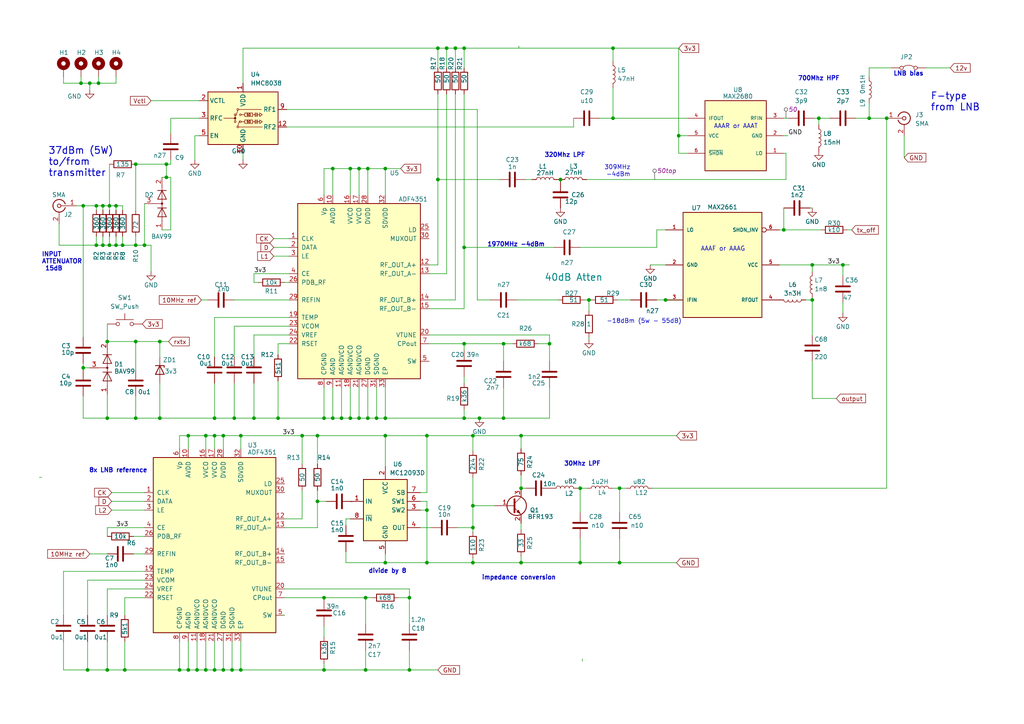
<source format=kicad_sch>
(kicad_sch (version 20231120) (generator "eeschema") (generator_version "8.0")
  (paper "A4")
  (title_block (title "430Mhz - QO-100 transverter") (date "2025-04-24") (rev "2.1") (comment 2 "JP2: Jumper for LNB 12v bias") (comment 4 "select LNB bias and LNB injection frequency"))
  (junction (at 134.62 99.695))
  (junction (at 24.13 106.68))
  (junction (at 54.61 126.365))
  (junction (at 48.26 47.625))
  (junction (at 48.26 51.435))
  (junction (at 92.075 145.415))
  (junction (at 92.075 126.365))
  (junction (at 177.8 34.29))
  (junction (at 179.705 141.605))
  (junction (at 64.77 194.31))
  (junction (at 96.52 48.895))
  (junction (at 111.76 126.365))
  (junction (at 235.585 86.995))
  (junction (at 24.13 59.69))
  (junction (at 111.76 121.285))
  (junction (at 33.655 71.12))
  (junction (at 137.16 126.365))
  (junction (at 123.825 126.365))
  (junction (at 28.575 24.13))
  (junction (at 127 13.97))
  (junction (at 146.05 121.285))
  (junction (at 31.115 194.31))
  (junction (at 54.61 194.31))
  (junction (at 69.85 126.365))
  (junction (at 62.23 194.31))
  (junction (at 193.04 86.995))
  (junction (at 39.37 71.12))
  (junction (at 118.745 194.31))
  (junction (at 151.13 141.605))
  (junction (at 23.495 24.13))
  (junction (at 109.22 121.285))
  (junction (at 106.68 121.285))
  (junction (at 59.69 126.365))
  (junction (at 29.845 71.12))
  (junction (at 111.76 48.895))
  (junction (at 129.54 13.97))
  (junction (at 96.52 121.285))
  (junction (at 46.355 121.285))
  (junction (at 69.85 194.31))
  (junction (at 127 52.07))
  (junction (at 170.815 86.995))
  (junction (at 27.94 59.69))
  (junction (at 227.33 66.675))
  (junction (at 46.355 99.06))
  (junction (at 134.62 121.285))
  (junction (at 104.14 121.285))
  (junction (at 118.745 173.355))
  (junction (at 93.98 194.31))
  (junction (at 168.275 163.195))
  (junction (at 39.37 121.285))
  (junction (at 36.195 194.31))
  (junction (at 106.045 194.31))
  (junction (at 252.095 34.29))
  (junction (at 151.13 163.195))
  (junction (at 159.385 99.695))
  (junction (at 31.115 121.285))
  (junction (at 39.37 47.625))
  (junction (at 99.06 121.285))
  (junction (at 41.91 71.12))
  (junction (at 52.07 194.31))
  (junction (at 87.63 126.365))
  (junction (at 151.13 126.365))
  (junction (at 111.76 163.195))
  (junction (at 137.16 146.685))
  (junction (at 132.08 13.97))
  (junction (at 25.4 194.31))
  (junction (at 93.98 121.285))
  (junction (at 179.705 163.195))
  (junction (at 31.75 59.69))
  (junction (at 57.15 194.31))
  (junction (at 137.16 153.035))
  (junction (at 257.175 34.29))
  (junction (at 31.75 71.12))
  (junction (at 146.05 99.695))
  (junction (at 235.585 76.835))
  (junction (at 162.56 52.07))
  (junction (at 106.045 173.355))
  (junction (at 104.14 48.895))
  (junction (at 196.85 39.37))
  (junction (at 137.16 163.195))
  (junction (at 39.37 99.06))
  (junction (at 73.66 121.285))
  (junction (at 134.62 71.755))
  (junction (at 64.77 126.365))
  (junction (at 35.56 71.12))
  (junction (at 59.69 194.31))
  (junction (at 101.6 48.895))
  (junction (at 244.475 76.835))
  (junction (at 93.98 173.355))
  (junction (at 139.065 121.285))
  (junction (at 62.23 121.285))
  (junction (at 33.655 59.69))
  (junction (at 106.68 48.895))
  (junction (at 237.49 34.29))
  (junction (at 27.94 71.12))
  (junction (at 177.8 13.97))
  (junction (at 123.825 163.195))
  (junction (at 134.62 13.97))
  (junction (at 31.115 99.06))
  (junction (at 67.945 121.285))
  (junction (at 80.645 121.285))
  (junction (at 101.6 121.285))
  (junction (at 67.31 194.31))
  (junction (at 26.035 24.13))
  (junction (at 123.825 147.955))
  (junction (at 168.275 141.605))
  (junction (at 29.845 59.69))
  (junction (at 62.23 126.365))
  (wire (pts (xy 111.76 163.195) (xy 111.76 160.655)))
  (wire (pts (xy 106.68 48.895) (xy 111.76 48.895)))
  (wire (pts (xy 134.62 13.97) (xy 134.62 19.685)))
  (wire (pts (xy 132.08 13.97) (xy 134.62 13.97)))
  (wire (pts (xy 87.63 126.365) (xy 92.075 126.365)))
  (wire (pts (xy 151.13 126.365) (xy 137.16 126.365)))
  (wire (pts (xy 106.68 112.395) (xy 106.68 121.285)))
  (wire (pts (xy 39.37 47.625) (xy 39.37 60.96)))
  (wire (pts (xy 152.4 141.605) (xy 151.13 141.605)))
  (wire (pts (xy 92.075 142.24) (xy 92.075 145.415)))
  (wire (pts (xy 69.85 126.365) (xy 64.77 126.365)))
  (wire (pts (xy 62.23 126.365) (xy 62.23 130.175)))
  (wire (pts (xy 33.655 59.69) (xy 33.655 60.96)))
  (wire (pts (xy 134.62 121.285) (xy 139.065 121.285)))
  (wire (pts (xy 93.98 121.285) (xy 93.98 112.395)))
  (wire (pts (xy 92.075 145.415) (xy 92.075 153.035)))
  (wire (pts (xy 39.37 68.58) (xy 39.37 71.12)))
  (wire (pts (xy 227.965 44.45) (xy 227.33 44.45)))
  (wire (pts (xy 237.49 36.195) (xy 237.49 34.29)))
  (wire (pts (xy 80.645 110.49) (xy 80.645 121.285)))
  (wire (pts (xy 41.91 153.035) (xy 31.115 153.035)))
  (wire (pts (xy 137.16 146.685) (xy 143.51 146.685)))
  (wire (pts (xy 179.07 86.995) (xy 182.88 86.995)))
  (wire (pts (xy 179.705 163.195) (xy 196.215 163.195)))
  (wire (pts (xy 111.76 163.195) (xy 123.825 163.195)))
  (wire (pts (xy 118.745 194.31) (xy 127 194.31)))
  (wire (pts (xy 252.095 29.845) (xy 252.095 34.29)))
  (wire (pts (xy 93.98 192.405) (xy 93.98 194.31)))
  (wire (pts (xy 151.13 137.795) (xy 151.13 141.605)))
  (wire (pts (xy 24.13 121.285) (xy 24.13 114.935)))
  (wire (pts (xy 177.8 141.605) (xy 179.705 141.605)))
  (wire (pts (xy 168.275 141.605) (xy 168.275 148.59)))
  (wire (pts (xy 199.39 44.45) (xy 196.85 44.45)))
  (wire (pts (xy 92.075 153.035) (xy 82.55 153.035)))
  (wire (pts (xy 64.77 186.055) (xy 64.77 194.31)))
  (wire (pts (xy 233.68 86.995) (xy 235.585 86.995)))
  (wire (pts (xy 73.66 79.375) (xy 73.66 81.915)))
  (wire (pts (xy 96.52 112.395) (xy 96.52 121.285)))
  (wire (pts (xy 134.62 99.695) (xy 134.62 101.6)))
  (wire (pts (xy 79.375 74.295) (xy 83.82 74.295)))
  (wire (pts (xy 252.095 34.29) (xy 257.175 34.29)))
  (wire (pts (xy 101.6 48.895) (xy 104.14 48.895)))
  (wire (pts (xy 125.095 153.035) (xy 121.92 153.035)))
  (wire (pts (xy 62.23 121.285) (xy 46.355 121.285)))
  (wire (pts (xy 168.275 141.605) (xy 170.18 141.605)))
  (wire (pts (xy 62.23 186.055) (xy 62.23 194.31)))
  (wire (pts (xy 93.98 194.31) (xy 106.045 194.31)))
  (wire (pts (xy 96.52 121.285) (xy 99.06 121.285)))
  (wire (pts (xy 252.095 19.685) (xy 252.095 22.225)))
  (wire (pts (xy 123.825 126.365) (xy 111.76 126.365)))
  (wire (pts (xy 118.745 173.355) (xy 118.745 180.975)))
  (wire (pts (xy 127 52.07) (xy 144.78 52.07)))
  (wire (pts (xy 67.945 111.125) (xy 67.945 121.285)))
  (wire (pts (xy 62.23 194.31) (xy 59.69 194.31)))
  (wire (pts (xy 121.92 147.955) (xy 123.825 147.955)))
  (wire (pts (xy 118.745 173.355) (xy 115.57 173.355)))
  (wire (pts (xy 87.63 126.365) (xy 87.63 134.62)))
  (wire (pts (xy 48.26 47.625) (xy 49.53 47.625)))
  (wire (pts (xy 179.705 141.605) (xy 181.61 141.605)))
  (wire (pts (xy 80.645 102.87) (xy 80.645 99.695)))
  (wire (pts (xy 104.14 112.395) (xy 104.14 121.285)))
  (wire (pts (xy 190.5 66.675) (xy 193.04 66.675)))
  (wire (pts (xy 134.62 89.535) (xy 124.46 89.535)))
  (wire (pts (xy 70.485 13.97) (xy 70.485 24.13)))
  (wire (pts (xy 23.495 22.225) (xy 23.495 24.13)))
  (wire (pts (xy 46.355 103.505) (xy 46.355 99.06)))
  (wire (pts (xy 31.115 121.285) (xy 39.37 121.285)))
  (wire (pts (xy 118.745 170.815) (xy 118.745 173.355)))
  (wire (pts (xy 189.23 141.605) (xy 257.175 141.605)))
  (wire (pts (xy 101.6 48.895) (xy 101.6 56.515)))
  (wire (pts (xy 93.98 194.31) (xy 69.85 194.31)))
  (wire (pts (xy 74.93 81.915) (xy 73.66 81.915)))
  (wire (pts (xy 132.08 27.305) (xy 132.08 86.995)))
  (wire (pts (xy 127 13.97) (xy 129.54 13.97)))
  (wire (pts (xy 193.04 86.995) (xy 197.485 86.995)))
  (wire (pts (xy 87.63 150.495) (xy 82.55 150.495)))
  (wire (pts (xy 31.115 194.31) (xy 36.195 194.31)))
  (wire (pts (xy 69.85 186.055) (xy 69.85 194.31)))
  (wire (pts (xy 27.94 71.12) (xy 29.845 71.12)))
  (wire (pts (xy 24.13 59.69) (xy 27.94 59.69)))
  (wire (pts (xy 168.275 71.755) (xy 190.5 71.755)))
  (wire (pts (xy 35.56 71.12) (xy 39.37 71.12)))
  (wire (pts (xy 161.925 52.07) (xy 162.56 52.07)))
  (wire (pts (xy 93.98 173.355) (xy 93.98 173.99)))
  (wire (pts (xy 57.15 194.31) (xy 54.61 194.31)))
  (wire (pts (xy 227.33 34.29) (xy 228.6 34.29)))
  (wire (pts (xy 129.54 13.97) (xy 129.54 19.685)))
  (wire (pts (xy 168.275 163.195) (xy 179.705 163.195)))
  (wire (pts (xy 25.4 186.055) (xy 25.4 194.31)))
  (wire (pts (xy 104.14 121.285) (xy 106.68 121.285)))
  (wire (pts (xy 38.735 160.655) (xy 41.91 160.655)))
  (wire (pts (xy 237.49 34.29) (xy 240.665 34.29)))
  (wire (pts (xy 170.815 97.79) (xy 170.815 98.425)))
  (wire (pts (xy 82.55 81.915) (xy 83.82 81.915)))
  (wire (pts (xy 234.95 60.325) (xy 235.585 60.325)))
  (wire (pts (xy 67.945 86.995) (xy 83.82 86.995)))
  (wire (pts (xy 235.585 115.57) (xy 242.57 115.57)))
  (wire (pts (xy 48.26 47.625) (xy 48.26 51.435)))
  (wire (pts (xy 235.585 104.775) (xy 235.585 115.57)))
  (wire (pts (xy 31.115 93.98) (xy 31.115 99.06)))
  (wire (pts (xy 32.385 147.955) (xy 41.91 147.955)))
  (wire (pts (xy 62.23 103.505) (xy 62.23 92.075)))
  (wire (pts (xy 244.475 76.835) (xy 244.475 80.01)))
  (wire (pts (xy 31.115 99.06) (xy 39.37 99.06)))
  (wire (pts (xy 146.05 99.695) (xy 148.59 99.695)))
  (wire (pts (xy 118.745 188.595) (xy 118.745 194.31)))
  (wire (pts (xy 41.91 165.735) (xy 18.415 165.735)))
  (wire (pts (xy 49.53 34.29) (xy 57.785 34.29)))
  (wire (pts (xy 177.8 34.29) (xy 199.39 34.29)))
  (wire (pts (xy 199.39 39.37) (xy 196.85 39.37)))
  (wire (pts (xy 236.22 34.29) (xy 237.49 34.29)))
  (wire (pts (xy 73.66 97.155) (xy 73.66 103.505)))
  (wire (pts (xy 137.16 163.195) (xy 123.825 163.195)))
  (wire (pts (xy 132.08 86.995) (xy 124.46 86.995)))
  (wire (pts (xy 49.53 34.29) (xy 49.53 38.735)))
  (wire (pts (xy 62.23 92.075) (xy 83.82 92.075)))
  (wire (pts (xy 62.23 126.365) (xy 59.69 126.365)))
  (wire (pts (xy 111.76 48.895) (xy 116.205 48.895)))
  (wire (pts (xy 106.045 173.355) (xy 107.95 173.355)))
  (wire (pts (xy 24.13 121.285) (xy 31.115 121.285)))
  (wire (pts (xy 28.575 22.225) (xy 28.575 24.13)))
  (wire (pts (xy 81.915 178.435) (xy 82.55 178.435)))
  (wire (pts (xy 196.85 13.97) (xy 196.85 39.37)))
  (wire (pts (xy 46.99 66.675) (xy 49.53 66.675)))
  (wire (pts (xy 123.825 145.415) (xy 123.825 147.955)))
  (wire (pts (xy 27.94 59.69) (xy 29.845 59.69)))
  (wire (pts (xy 134.62 71.755) (xy 160.655 71.755)))
  (wire (pts (xy 161.925 86.995) (xy 149.86 86.995)))
  (wire (pts (xy 83.82 97.155) (xy 73.66 97.155)))
  (wire (pts (xy 177.8 13.97) (xy 177.8 17.78)))
  (wire (pts (xy 11.43 138.43) (xy 12.065 138.43)))
  (wire (pts (xy 106.68 48.895) (xy 106.68 56.515)))
  (wire (pts (xy 17.145 71.12) (xy 17.145 64.77)))
  (wire (pts (xy 18.415 22.225) (xy 18.415 24.13)))
  (wire (pts (xy 82.55 173.355) (xy 93.98 173.355)))
  (wire (pts (xy 190.5 86.995) (xy 193.04 86.995)))
  (wire (pts (xy 54.61 126.365) (xy 54.61 130.175)))
  (wire (pts (xy 151.13 163.195) (xy 137.16 163.195)))
  (wire (pts (xy 31.115 153.035) (xy 31.115 155.575)))
  (wire (pts (xy 29.845 71.12) (xy 31.75 71.12)))
  (wire (pts (xy 31.115 178.435) (xy 31.115 170.815)))
  (wire (pts (xy 26.035 24.13) (xy 26.035 26.035)))
  (wire (pts (xy 150.495 13.335) (xy 150.495 13.97)))
  (wire (pts (xy 151.13 151.765) (xy 151.13 153.67)))
  (wire (pts (xy 79.375 69.215) (xy 83.82 69.215)))
  (wire (pts (xy 179.705 141.605) (xy 179.705 148.59)))
  (wire (pts (xy 67.945 121.285) (xy 73.66 121.285)))
  (wire (pts (xy 151.13 126.365) (xy 196.215 126.365)))
  (wire (pts (xy 124.46 76.835) (xy 127 76.835)))
  (wire (pts (xy 31.115 114.3) (xy 31.115 121.285)))
  (wire (pts (xy 227.33 66.675) (xy 238.125 66.675)))
  (wire (pts (xy 132.08 13.97) (xy 132.08 19.685)))
  (wire (pts (xy 188.595 76.835) (xy 193.04 76.835)))
  (wire (pts (xy 106.045 194.31) (xy 118.745 194.31)))
  (wire (pts (xy 64.77 126.365) (xy 62.23 126.365)))
  (wire (pts (xy 235.585 86.36) (xy 235.585 86.995)))
  (wire (pts (xy 129.54 27.305) (xy 129.54 79.375)))
  (wire (pts (xy 24.13 105.41) (xy 24.13 106.68)))
  (wire (pts (xy 70.485 46.355) (xy 70.485 44.45)))
  (wire (pts (xy 134.62 109.22) (xy 134.62 111.125)))
  (wire (pts (xy 173.99 34.29) (xy 177.8 34.29)))
  (wire (pts (xy 29.845 68.58) (xy 29.845 71.12)))
  (wire (pts (xy 124.46 79.375) (xy 129.54 79.375)))
  (wire (pts (xy 111.76 112.395) (xy 111.76 121.285)))
  (wire (pts (xy 169.545 86.995) (xy 170.815 86.995)))
  (wire (pts (xy 170.815 86.995) (xy 171.45 86.995)))
  (wire (pts (xy 168.275 156.21) (xy 168.275 163.195)))
  (wire (pts (xy 235.585 76.835) (xy 244.475 76.835)))
  (wire (pts (xy 227.965 44.45) (xy 227.965 52.07)))
  (wire (pts (xy 235.585 76.835) (xy 235.585 78.74)))
  (wire (pts (xy 41.91 173.355) (xy 36.195 173.355)))
  (wire (pts (xy 24.13 106.68) (xy 24.13 107.315)))
  (wire (pts (xy 146.05 112.395) (xy 146.05 121.285)))
  (wire (pts (xy 26.035 24.13) (xy 28.575 24.13)))
  (wire (pts (xy 137.16 126.365) (xy 123.825 126.365)))
  (wire (pts (xy 58.42 86.995) (xy 60.325 86.995)))
  (wire (pts (xy 100.33 152.4) (xy 100.33 150.495)))
  (wire (pts (xy 38.735 155.575) (xy 41.91 155.575)))
  (wire (pts (xy 134.62 27.305) (xy 134.62 71.755)))
  (wire (pts (xy 248.285 34.29) (xy 252.095 34.29)))
  (wire (pts (xy 31.75 68.58) (xy 31.75 71.12)))
  (wire (pts (xy 167.64 141.605) (xy 168.275 141.605)))
  (wire (pts (xy 62.23 121.285) (xy 67.945 121.285)))
  (wire (pts (xy 64.77 194.31) (xy 62.23 194.31)))
  (wire (pts (xy 124.46 97.155) (xy 159.385 97.155)))
  (wire (pts (xy 56.515 39.37) (xy 56.515 46.355)))
  (wire (pts (xy 31.75 47.625) (xy 31.75 59.69)))
  (wire (pts (xy 106.045 173.355) (xy 106.045 180.975)))
  (wire (pts (xy 43.815 29.21) (xy 57.785 29.21)))
  (wire (pts (xy 18.415 24.13) (xy 23.495 24.13)))
  (wire (pts (xy 262.255 45.72) (xy 262.255 39.37)))
  (wire (pts (xy 36.195 194.31) (xy 52.07 194.31)))
  (wire (pts (xy 31.75 71.12) (xy 33.655 71.12)))
  (wire (pts (xy 127 13.97) (xy 127 19.685)))
  (wire (pts (xy 235.585 86.995) (xy 235.585 97.155)))
  (wire (pts (xy 35.56 59.69) (xy 35.56 60.96)))
  (wire (pts (xy 93.98 48.895) (xy 96.52 48.895)))
  (wire (pts (xy 93.98 48.895) (xy 93.98 56.515)))
  (wire (pts (xy 152.4 52.07) (xy 154.305 52.07)))
  (wire (pts (xy 57.15 186.055) (xy 57.15 194.31)))
  (wire (pts (xy 69.85 126.365) (xy 69.85 130.175)))
  (wire (pts (xy 244.475 87.63) (xy 244.475 90.805)))
  (wire (pts (xy 268.605 19.685) (xy 275.59 19.685)))
  (wire (pts (xy 111.76 121.285) (xy 109.22 121.285)))
  (wire (pts (xy 111.76 121.285) (xy 134.62 121.285)))
  (wire (pts (xy 99.06 121.285) (xy 101.6 121.285)))
  (wire (pts (xy 33.655 68.58) (xy 33.655 71.12)))
  (wire (pts (xy 24.13 106.68) (xy 26.035 106.68)))
  (wire (pts (xy 121.92 142.875) (xy 123.825 142.875)))
  (wire (pts (xy 46.99 51.435) (xy 48.26 51.435)))
  (wire (pts (xy 46.355 111.125) (xy 46.355 121.285)))
  (wire (pts (xy 151.13 163.195) (xy 168.275 163.195)))
  (wire (pts (xy 245.745 66.675) (xy 247.015 66.675)))
  (wire (pts (xy 227.33 39.37) (xy 228.6 39.37)))
  (wire (pts (xy 18.415 186.055) (xy 18.415 194.31)))
  (wire (pts (xy 27.94 59.69) (xy 27.94 60.96)))
  (wire (pts (xy 54.61 186.055) (xy 54.61 194.31)))
  (wire (pts (xy 146.05 99.695) (xy 146.05 104.775)))
  (wire (pts (xy 252.095 19.685) (xy 258.445 19.685)))
  (wire (pts (xy 64.77 126.365) (xy 64.77 130.175)))
  (wire (pts (xy 22.225 59.69) (xy 24.13 59.69)))
  (wire (pts (xy 59.69 126.365) (xy 59.69 130.175)))
  (wire (pts (xy 59.69 186.055) (xy 59.69 194.31)))
  (wire (pts (xy 92.075 126.365) (xy 111.76 126.365)))
  (wire (pts (xy 83.185 31.75) (xy 138.43 31.75)))
  (wire (pts (xy 159.385 121.285) (xy 159.385 112.395)))
  (wire (pts (xy 156.21 99.695) (xy 159.385 99.695)))
  (wire (pts (xy 73.66 79.375) (xy 83.82 79.375)))
  (wire (pts (xy 57.15 194.31) (xy 59.69 194.31)))
  (wire (pts (xy 49.53 66.675) (xy 49.53 51.435)))
  (wire (pts (xy 33.655 24.13) (xy 33.655 22.225)))
  (wire (pts (xy 17.145 71.12) (xy 27.94 71.12)))
  (wire (pts (xy 168.91 191.135) (xy 168.91 191.77)))
  (wire (pts (xy 52.07 186.055) (xy 52.07 194.31)))
  (wire (pts (xy 56.515 39.37) (xy 57.785 39.37)))
  (wire (pts (xy 59.69 126.365) (xy 54.61 126.365)))
  (wire (pts (xy 25.4 168.275) (xy 25.4 178.435)))
  (wire (pts (xy 100.33 163.195) (xy 111.76 163.195)))
  (wire (pts (xy 127 52.07) (xy 127 76.835)))
  (wire (pts (xy 39.37 47.625) (xy 48.26 47.625)))
  (wire (pts (xy 123.825 145.415) (xy 121.92 145.415)))
  (wire (pts (xy 159.385 104.775) (xy 159.385 99.695)))
  (wire (pts (xy 101.6 112.395) (xy 101.6 121.285)))
  (wire (pts (xy 104.14 48.895) (xy 106.68 48.895)))
  (wire (pts (xy 137.16 146.685) (xy 137.16 153.035)))
  (wire (pts (xy 35.56 68.58) (xy 35.56 71.12)))
  (wire (pts (xy 101.6 121.285) (xy 104.14 121.285)))
  (wire (pts (xy 123.825 142.875) (xy 123.825 126.365)))
  (wire (pts (xy 18.415 165.735) (xy 18.415 178.435)))
  (wire (pts (xy 92.075 145.415) (xy 94.615 145.415)))
  (wire (pts (xy 102.235 145.415) (xy 101.6 145.415)))
  (wire (pts (xy 24.13 59.69) (xy 24.13 97.79)))
  (wire (pts (xy 54.61 126.365) (xy 52.07 126.365)))
  (wire (pts (xy 41.91 59.055) (xy 41.91 71.12)))
  (wire (pts (xy 25.4 194.31) (xy 31.115 194.31)))
  (wire (pts (xy 134.62 121.285) (xy 134.62 118.745)))
  (wire (pts (xy 33.655 71.12) (xy 35.56 71.12)))
  (wire (pts (xy 226.06 76.835) (xy 235.585 76.835)))
  (wire (pts (xy 100.33 150.495) (xy 101.6 150.495)))
  (wire (pts (xy 18.415 194.31) (xy 25.4 194.31)))
  (wire (pts (xy 87.63 142.24) (xy 87.63 150.495)))
  (wire (pts (xy 39.37 99.06) (xy 39.37 107.315)))
  (wire (pts (xy 48.895 99.06) (xy 46.355 99.06)))
  (wire (pts (xy 39.37 121.285) (xy 46.355 121.285)))
  (wire (pts (xy 43.815 71.12) (xy 41.91 71.12)))
  (wire (pts (xy 92.075 126.365) (xy 92.075 134.62)))
  (wire (pts (xy 62.23 111.125) (xy 62.23 121.285)))
  (wire (pts (xy 137.16 138.43) (xy 137.16 146.685)))
  (wire (pts (xy 67.945 94.615) (xy 67.945 103.505)))
  (wire (pts (xy 127 27.305) (xy 127 52.07)))
  (wire (pts (xy 73.66 111.125) (xy 73.66 121.285)))
  (wire (pts (xy 99.06 112.395) (xy 99.06 121.285)))
  (wire (pts (xy 80.645 121.285) (xy 93.98 121.285)))
  (wire (pts (xy 36.195 173.355) (xy 36.195 178.435)))
  (wire (pts (xy 137.16 126.365) (xy 137.16 130.81)))
  (wire (pts (xy 69.85 126.365) (xy 87.63 126.365)))
  (wire (pts (xy 137.16 161.925) (xy 137.16 163.195)))
  (wire (pts (xy 100.33 160.02) (xy 100.33 163.195)))
  (wire (pts (xy 123.825 147.955) (xy 123.825 163.195)))
  (wire (pts (xy 54.61 194.31) (xy 52.07 194.31)))
  (wire (pts (xy 196.85 39.37) (xy 196.85 44.45)))
  (wire (pts (xy 132.715 153.035) (xy 137.16 153.035)))
  (wire (pts (xy 134.62 13.97) (xy 177.8 13.97)))
  (wire (pts (xy 106.045 188.595) (xy 106.045 194.31)))
  (wire (pts (xy 170.18 52.07) (xy 227.965 52.07)))
  (wire (pts (xy 96.52 48.895) (xy 101.6 48.895)))
  (wire (pts (xy 43.815 78.74) (xy 43.815 71.12)))
  (wire (pts (xy 106.68 121.285) (xy 109.22 121.285)))
  (wire (pts (xy 67.31 194.31) (xy 64.77 194.31)))
  (wire (pts (xy 29.845 59.69) (xy 29.845 60.96)))
  (wire (pts (xy 79.375 71.755) (xy 83.82 71.755)))
  (wire (pts (xy 27.94 68.58) (xy 27.94 71.12)))
  (wire (pts (xy 32.385 145.415) (xy 41.91 145.415)))
  (wire (pts (xy 227.33 60.325) (xy 227.33 66.675)))
  (wire (pts (xy 35.56 59.69) (xy 33.655 59.69)))
  (wire (pts (xy 93.98 173.355) (xy 106.045 173.355)))
  (wire (pts (xy 124.46 99.695) (xy 134.62 99.695)))
  (wire (pts (xy 70.485 13.97) (xy 127 13.97)))
  (wire (pts (xy 23.495 24.13) (xy 26.035 24.13)))
  (wire (pts (xy 41.91 168.275) (xy 25.4 168.275)))
  (wire (pts (xy 111.76 126.365) (xy 111.76 135.255)))
  (wire (pts (xy 159.385 97.155) (xy 159.385 99.695)))
  (wire (pts (xy 28.575 24.13) (xy 33.655 24.13)))
  (wire (pts (xy 151.13 161.29) (xy 151.13 163.195)))
  (wire (pts (xy 93.98 181.61) (xy 93.98 184.785)))
  (wire (pts (xy 32.385 142.875) (xy 41.91 142.875)))
  (wire (pts (xy 177.8 13.97) (xy 196.85 13.97)))
  (wire (pts (xy 83.185 36.83) (xy 166.37 36.83)))
  (wire (pts (xy 257.175 34.29) (xy 257.175 141.605)))
  (wire (pts (xy 73.66 121.285) (xy 80.645 121.285)))
  (wire (pts (xy 29.845 59.69) (xy 31.75 59.69)))
  (wire (pts (xy 31.75 59.69) (xy 33.655 59.69)))
  (wire (pts (xy 137.16 153.035) (xy 137.16 154.305)))
  (wire (pts (xy 48.26 51.435) (xy 49.53 51.435)))
  (wire (pts (xy 26.035 160.655) (xy 31.115 160.655)))
  (wire (pts (xy 80.645 99.695) (xy 83.82 99.695)))
  (wire (pts (xy 104.14 48.895) (xy 104.14 56.515)))
  (wire (pts (xy 177.8 25.4) (xy 177.8 34.29)))
  (wire (pts (xy 111.76 48.895) (xy 111.76 56.515)))
  (wire (pts (xy 134.62 71.755) (xy 134.62 89.535)))
  (wire (pts (xy 170.815 86.995) (xy 170.815 90.17)))
  (wire (pts (xy 138.43 31.75) (xy 138.43 86.995)))
  (wire (pts (xy 151.13 126.365) (xy 151.13 130.175)))
  (wire (pts (xy 67.31 186.055) (xy 67.31 194.31)))
  (wire (pts (xy 31.115 186.055) (xy 31.115 194.31)))
  (wire (pts (xy 190.5 71.755) (xy 190.5 66.675)))
  (wire (pts (xy 146.05 121.285) (xy 159.385 121.285)))
  (wire (pts (xy 49.53 47.625) (xy 49.53 46.355)))
  (wire (pts (xy 83.82 94.615) (xy 67.945 94.615)))
  (wire (pts (xy 244.475 76.835) (xy 246.38 76.835)))
  (wire (pts (xy 134.62 99.695) (xy 146.05 99.695)))
  (wire (pts (xy 129.54 13.97) (xy 132.08 13.97)))
  (wire (pts (xy 162.56 52.705) (xy 162.56 52.07)))
  (wire (pts (xy 109.22 112.395) (xy 109.22 121.285)))
  (wire (pts (xy 96.52 121.285) (xy 93.98 121.285)))
  (wire (pts (xy 67.31 194.31) (xy 69.85 194.31)))
  (wire (pts (xy 139.065 121.285) (xy 146.05 121.285)))
  (wire (pts (xy 31.75 59.69) (xy 31.75 60.96)))
  (wire (pts (xy 31.115 170.815) (xy 41.91 170.815)))
  (wire (pts (xy 138.43 86.995) (xy 142.24 86.995)))
  (wire (pts (xy 179.705 156.21) (xy 179.705 163.195)))
  (wire (pts (xy 226.06 66.675) (xy 227.33 66.675)))
  (wire (pts (xy 96.52 48.895) (xy 96.52 56.515)))
  (wire (pts (xy 82.55 170.815) (xy 118.745 170.815)))
  (wire (pts (xy 39.37 71.12) (xy 41.91 71.12)))
  (wire (pts (xy 52.07 130.175) (xy 52.07 126.365)))
  (wire (pts (xy 39.37 121.285) (xy 39.37 114.935)))
  (wire (pts (xy 36.195 186.055) (xy 36.195 194.31)))
  (wire (pts (xy 166.37 36.83) (xy 166.37 34.29)))
  (wire (pts (xy 39.37 99.06) (xy 46.355 99.06)))
  (text "F-type\nfrom LNB" (at 269.875 32.385 0) (effects (font (size 2 2) (thickness 0.254) (bold yes)) (justify left bottom)))
  (text "8x LNB reference" (at 34.29 136.525 0) (effects (font (size 1.27 1.27) (thickness 0.254) (bold yes))))
  (text "30Mhz LPF" (at 168.91 134.62 0) (effects (font (size 1.27 1.27) (thickness 0.254) (bold yes))))
  (text "-18dBm (5w - 55dB)" (at 175.895 93.98 0) (effects (font (size 1.27 1.27)) (justify left bottom)))
  (text "700Mhz HPF" (at 237.49 22.86 0) (effects (font (size 1.27 1.27) (thickness 0.254) (bold yes))))
  (text "impedance conversion" (at 150.495 167.64 0) (effects (font (size 1.27 1.27) (thickness 0.254) (bold yes))))
  (text "AAAR or AAAT" (at 207.01 37.465 0) (effects (font (size 1.27 1.27)) (justify left bottom)))
  (text "LNB bias" (at 259.08 22.225 0) (effects (font (size 1.27 1.27) (thickness 0.254) (bold yes)) (justify left bottom)))
  (text "INPUT \nATTENUATOR  \n 15dB" (at 12.065 78.74 0) (effects (font (size 1.27 1.27) (thickness 0.254) (bold yes)) (justify left bottom)))
  (text "37dBm (5W) \nto/from \ntransmitter\n" (at 13.97 51.435 0) (effects (font (size 2 2) (thickness 0.254) (bold yes)) (justify left bottom)))
  (text "1970MHz -4dBm" (at 158.115 71.755 0) (effects (font (size 1.27 1.27) (thickness 0.254) (bold yes)) (justify right bottom)))
  (text "309MHz\n-4dBm\n" (at 182.88 51.435 0) (effects (font (size 1.27 1.27)) (justify right bottom)))
  (text "320Mhz LPF" (at 163.83 45.085 0) (effects (font (size 1.27 1.27) (thickness 0.254) (bold yes))))
  (text "AAAF or AAAG" (at 203.2 73.025 0) (effects (font (size 1.27 1.27)) (justify left bottom)))
  (text "40dB Atten\n" (at 166.37 80.645 0) (effects (font (size 2 2) (thickness 0.254) (bold yes))))
  (text "divide by 8" (at 112.395 165.735 0) (effects (font (size 1.27 1.27) (thickness 0.254) (bold yes))))
  (label "3v3" (at 33.655 153.035 0))
  (label "3v3" (at 240.03 76.835 0))
  (label "3v3" (at 81.915 126.365 0))
  (label "GND" (at 228.6 39.37 0))
  (label "3v3" (at 73.66 79.375 0))
  (global_label "GND" (shape input) (at 196.215 163.195 0) (property "Intersheetrefs" "${INTERSHEET_REFS}" (effects (hide yes))))
  (global_label "rxtx" (shape input) (at 48.895 99.06 0) (property "Intersheetrefs" "${INTERSHEET_REFS}" (effects (hide yes))))
  (global_label "output" (shape input) (at 242.57 115.57 0) (property "Intersheetrefs" "${INTERSHEET_REFS}" (effects (hide yes))))
  (global_label "Vctl" (shape input) (at 43.815 29.21 180) (property "Intersheetrefs" "${INTERSHEET_REFS}" (effects (hide yes))))
  (global_label "L2" (shape input) (at 32.385 147.955 180) (property "Intersheetrefs" "${INTERSHEET_REFS}" (effects (hide yes))))
  (global_label "D" (shape input) (at 79.375 71.755 180) (property "Intersheetrefs" "${INTERSHEET_REFS}" (effects (hide yes))))
  (global_label "CK" (shape input) (at 32.385 142.875 180) (property "Intersheetrefs" "${INTERSHEET_REFS}" (effects (hide yes))))
  (global_label "tx_off" (shape input) (at 247.015 66.675 0) (property "Intersheetrefs" "${INTERSHEET_REFS}" (effects (hide yes))))
  (global_label "3v3" (shape input) (at 116.205 48.895 0) (property "Intersheetrefs" "${INTERSHEET_REFS}" (effects (hide yes))))
  (global_label "3v3" (shape input) (at 196.85 13.97 0) (property "Intersheetrefs" "${INTERSHEET_REFS}" (effects (hide yes))))
  (global_label "GND" (shape input) (at 127 194.31 0) (property "Intersheetrefs" "${INTERSHEET_REFS}" (effects (hide yes))))
  (global_label "10MHz ref" (shape input) (at 26.035 160.655 180) (property "Intersheetrefs" "${INTERSHEET_REFS}" (effects (hide yes))))
  (global_label "3v3" (shape input) (at 41.275 93.98 0) (property "Intersheetrefs" "${INTERSHEET_REFS}" (effects (hide yes))))
  (global_label "CK" (shape input) (at 79.375 69.215 180) (property "Intersheetrefs" "${INTERSHEET_REFS}" (effects (hide yes))))
  (global_label "3v3" (shape input) (at 196.215 126.365 0) (property "Intersheetrefs" "${INTERSHEET_REFS}" (effects (hide yes))))
  (global_label "GND" (shape input) (at 262.255 45.72 0) (property "Intersheetrefs" "${INTERSHEET_REFS}" (effects (hide yes))))
  (global_label "12v" (shape input) (at 275.59 19.685 0) (property "Intersheetrefs" "${INTERSHEET_REFS}" (effects (hide yes))))
  (global_label "D" (shape input) (at 32.385 145.415 180) (property "Intersheetrefs" "${INTERSHEET_REFS}" (effects (hide yes))))
  (global_label "L1" (shape input) (at 79.375 74.295 180) (property "Intersheetrefs" "${INTERSHEET_REFS}" (effects (hide yes))))
  (global_label "10MHz ref" (shape input) (at 58.42 86.995 180) (property "Intersheetrefs" "${INTERSHEET_REFS}" (effects (hide yes))))
  (netclass_flag "" (length 2.54) (shape round) (at 227.965 34.29 0) (property "Netclass" "50" (at 228.6635 31.75 0) (effects (font (italic yes)) (justify left))))
  (netclass_flag "" (length 2.54) (shape round) (at 189.865 52.07 0) (property "Netclass" "50top" (at 190.5635 49.53 0) (effects (font (italic yes)) (justify left))))
  (symbol (lib_id "Device:C") (at 67.945 107.315 0) (unit 1)
    (property "Reference" "C12" (at 66.04 103.505 0))
    (property "Value" "0u1" (at 66.04 105.41 0))
    (property "Footprint" "Capacitor_SMD:C_0603_1608Metric" (effects (hide yes)))
  )
  (symbol (lib_id "Device:C") (at 39.37 111.125 0) (unit 1)
    (property "Reference" "C8" (at 36.195 113.665 0) (effects (justify left)))
    (property "Value" "0u1" (at 40.005 113.665 0) (effects (justify left)))
    (property "Footprint" "Capacitor_SMD:C_0603_1608Metric" (effects (hide yes)))
  )
  (symbol (lib_id "Device:C") (at 62.23 107.315 180) (unit 1)
    (property "Reference" "C10" (at 59.055 103.505 0))
    (property "Value" "0u1" (at 59.69 105.41 0))
    (property "Footprint" "Capacitor_SMD:C_0603_1608Metric" (effects (hide yes)))
  )
  (symbol (lib_id "Device:R") (at 134.62 114.935 180) (unit 1)
    (property "Reference" "R19" (at 133.35 115.57 0) (effects (justify left)))
    (property "Value" "k36" (at 134.62 113.03 90) (effects (justify left)))
    (property "Footprint" "Resistor_SMD:R_0603_1608Metric" (effects (hide yes)))
  )
  (symbol (lib_id "Device:C") (at 146.05 86.995 270) (unit 1)
    (property "Reference" "C21" (at 146.05 91.44 90))
    (property "Value" "n27" (at 146.05 82.55 90))
    (property "Footprint" "Capacitor_SMD:C_0603_1608Metric" (effects (hide yes)))
  )
  (symbol (lib_id "Device:C") (at 64.135 86.995 90) (unit 1)
    (property "Reference" "C11" (at 64.135 82.55 90))
    (property "Value" "1n0" (at 64.77 83.82 90))
    (property "Footprint" "Capacitor_SMD:C_0603_1608Metric" (effects (hide yes)))
  )
  (symbol (lib_id "RF_Switch:HMC849A") (at 70.485 34.29 0) (unit 1)
    (property "Reference" "U4" (at 72.6791 21.59 0) (effects (justify left)))
    (property "Value" "HMC8038" (at 72.6791 24.13 0) (effects (justify left)))
    (property "Footprint" "Package_CSP:LFCSP-16-1EP_4x4mm_P0.65mm_EP2.4x2.4mm" (effects (hide yes)))
    (property "Datasheet" "https://www.analog.com/media/en/technical-documentation/data-sheets/hmc849a.pdf" (effects (hide yes)))
    (property "Description" "High Isolation SPDT Non-Reflective Switch, DC-6GHz, Matched to 50 Ohm, LFCSP-16" (effects (hide yes)))
  )
  (symbol (lib_id "Device:R") (at 129.54 23.495 0) (unit 1)
    (property "Reference" "R18" (at 128.27 18.415 90))
    (property "Value" "50" (at 129.54 22.86 90))
    (property "Footprint" "Resistor_SMD:R_0603_1608Metric" (effects (hide yes)))
  )
  (symbol (lib_id "Device:R") (at 175.26 86.995 90) (unit 1)
    (property "Reference" "R29" (at 177.8 85.09 90))
    (property "Value" "51" (at 175.26 86.995 90))
    (property "Footprint" "Resistor_SMD:R_0603_1608Metric" (effects (hide yes)))
  )
  (symbol (lib_id "Device:R") (at 78.74 81.915 270) (unit 1)
    (property "Reference" "R11" (at 78.74 84.455 90))
    (property "Value" "10k" (at 78.74 81.915 90))
    (property "Footprint" "Resistor_SMD:R_0603_1608Metric" (effects (hide yes)))
  )
  (symbol (lib_id "power:GND") (at 237.49 43.815 0) (unit 1)
    (property "Reference" "#PWR08" (effects (hide yes)))
    (property "Value" "GND" (at 237.49 47.76 0))
  )
  (symbol (lib_id "Device:C") (at 24.13 111.125 0) (unit 1)
    (property "Reference" "C4" (at 17.78 109.22 0) (effects (justify left)))
    (property "Value" "10p" (at 17.145 111.125 0) (effects (justify left)))
    (property "Footprint" "Capacitor_SMD:C_0603_1608Metric" (effects (hide yes)))
  )
  (symbol (lib_id "Device:C") (at 162.56 56.515 0) (mirror x) (unit 1)
    (property "Reference" "C26" (at 167.64 56.515 0))
    (property "Value" "12p" (at 165.735 58.42 0))
    (property "Footprint" "Capacitor_SMD:C_0603_1608Metric" (effects (hide yes)))
  )
  (symbol (lib_id "Device:R") (at 137.16 134.62 0) (unit 1)
    (property "Reference" "R22" (at 139.7 134.62 90))
    (property "Value" "2k4" (at 137.16 134.62 90))
    (property "Footprint" "Resistor_SMD:R_0603_1608Metric" (effects (hide yes)))
  )
  (symbol (lib_id "Device:C") (at 146.05 108.585 0) (unit 1)
    (property "Reference" "C22" (at 142.24 110.49 0))
    (property "Value" "2n7" (at 142.875 112.395 0))
    (property "Footprint" "Capacitor_SMD:C_0603_1608Metric" (effects (hide yes)))
  )
  (symbol (lib_id "Device:R") (at 35.56 64.77 0) (unit 1)
    (property "Reference" "R8" (at 35.56 75.565 90) (effects (justify left)))
    (property "Value" "360" (at 35.56 66.675 90) (effects (justify left)))
    (property "Footprint" "Resistor_SMD:R_2512_6332Metric" (effects (hide yes)))
    (property "Description" "Resistor" (effects (hide yes)))
  )
  (symbol (lib_id "Device:C") (at 148.59 52.07 270) (unit 1)
    (property "Reference" "C23" (at 148.59 46.331 90))
    (property "Value" "1n" (at 148.59 48.379 90))
    (property "Footprint" "Capacitor_SMD:C_0603_1608Metric" (effects (hide yes)))
  )
  (symbol (lib_id "power:GND") (at 162.56 60.325 0) (unit 1)
    (property "Reference" "#PWR04" (effects (hide yes)))
    (property "Value" "GND" (at 162.56 64.27 0))
  )
  (symbol (lib_id "power:GND") (at 235.585 60.325 0) (unit 1)
    (property "Reference" "#PWR07" (effects (hide yes)))
    (property "Value" "GND" (at 235.585 64.27 0))
  )
  (symbol (lib_id "Device:C") (at 170.18 34.29 270) (unit 1)
    (property "Reference" "C29" (at 170.18 26.67 90))
    (property "Value" "u10" (at 170.18 29.21 90))
    (property "Footprint" "Capacitor_SMD:C_0603_1608Metric" (effects (hide yes)))
  )
  (symbol (lib_id "Device:R") (at 137.16 158.115 0) (unit 1)
    (property "Reference" "R23" (at 139.7 158.115 90))
    (property "Value" "1k0" (at 137.16 158.115 90))
    (property "Footprint" "Resistor_SMD:R_0603_1608Metric" (effects (hide yes)))
  )
  (symbol (lib_id "Device:C") (at 18.415 182.245 180) (unit 1)
    (property "Reference" "C2" (at 15.875 180.34 0))
    (property "Value" "0u1" (at 16.51 184.785 0))
    (property "Footprint" "Capacitor_SMD:C_0603_1608Metric" (effects (hide yes)))
  )
  (symbol (lib_id "Device:R") (at 80.645 106.68 0) (unit 1)
    (property "Reference" "R12" (at 75.565 102.87 0) (effects (justify left)))
    (property "Value" "5k1" (at 80.645 108.585 90) (effects (justify left)))
    (property "Footprint" "Resistor_SMD:R_0603_1608Metric" (effects (hide yes)))
  )
  (symbol (lib_id "power:GND") (at 139.065 121.285 0) (unit 1)
    (property "Reference" "#PWR03" (effects (hide yes)))
    (property "Value" "GND" (at 139.065 125.23 0))
  )
  (symbol (lib_id "Device:C") (at 159.385 108.585 0) (unit 1)
    (property "Reference" "C25" (at 156.21 111.125 0))
    (property "Value" "1n2" (at 154.94 109.22 0))
    (property "Footprint" "Capacitor_SMD:C_0603_1608Metric" (effects (hide yes)))
  )
  (symbol (lib_id "Device:C") (at 235.585 100.965 0) (unit 1)
    (property "Reference" "C68" (at 238.125 98.425 0))
    (property "Value" "220" (at 238.125 103.505 0))
    (property "Footprint" "Capacitor_SMD:C_0603_1608Metric" (effects (hide yes)))
  )
  (symbol (lib_id "Connector:Conn_Coaxial") (at 17.145 59.69 0) (mirror y) (unit 1)
    (property "Reference" "J2" (at 20.955 62.23 0) (effects (justify left)))
    (property "Value" "SMA" (at 19.05 56.515 0) (effects (justify left)))
    (property "Footprint" "Connector_Coaxial:SMA_Amphenol_132134_Vertical" (effects (hide yes)))
  )
  (symbol (lib_id "Transistor_BJT:BC848") (at 148.59 146.685 0) (unit 1)
    (property "Reference" "Q1" (at 153.67 147.955 0) (effects (justify left)))
    (property "Value" "BFR193" (at 153.035 149.86 0) (effects (justify left)))
    (property "Footprint" "Package_TO_SOT_SMD:SOT-23" (effects (hide yes)))
    (property "Datasheet" "http://www.infineon.com/dgdl/Infineon-BC847SERIES_BC848SERIES_BC849SERIES_BC850SERIES-DS-v01_01-en.pdf?fileId=db3a304314dca389011541d4630a1657" (effects (hide yes)))
    (property "Description" "0.1A Ic, 30V Vce, NPN Transistor, SOT-23" (effects (hide yes)))
  )
  (symbol (lib_id "Device:R") (at 241.935 66.675 90) (unit 1)
    (property "Reference" "R30" (at 241.935 64.77 90))
    (property "Value" "k10" (at 241.935 66.675 90))
    (property "Footprint" "Resistor_SMD:R_0603_1608Metric" (effects (hide yes)))
  )
  (symbol (lib_id "Mechanical:MountingHole_Pad") (at 18.415 19.685 0) (unit 1) (exclude_from_sim yes) (in_bom no)
    (property "Reference" "H1" (at 17.145 15.24 0) (effects (justify left)))
    (property "Value" "MountingHole_Pad" (effects (hide yes)))
    (property "Footprint" "MountingHole:MountingHole_3.2mm_M3_ISO14580_Pad_TopBottom" (effects (hide yes)))
    (property "Description" "Mounting Hole with connection" (effects (hide yes)))
  )
  (symbol (lib_id "Device:L") (at 237.49 40.005 0) (unit 1)
    (property "Reference" "L8" (at 238.76 38.7349 0) (effects (justify left)))
    (property "Value" "15nH" (at 238.76 41.2749 0) (effects (justify left)))
    (property "Footprint" "Inductor_SMD:L_0603_1608Metric" (effects (hide yes)))
  )
  (symbol (lib_id "Device:C") (at 134.62 105.41 0) (unit 1)
    (property "Reference" "C20" (at 132.715 102.87 0))
    (property "Value" "39n" (at 137.16 102.87 0))
    (property "Footprint" "Capacitor_SMD:C_0603_1608Metric" (effects (hide yes)))
  )
  (symbol (lib_id "Device:R") (at 127 23.495 0) (unit 1)
    (property "Reference" "R17" (at 125.73 18.415 90))
    (property "Value" "50" (at 127 22.86 90))
    (property "Footprint" "Resistor_SMD:R_0603_1608Metric" (effects (hide yes)))
  )
  (symbol (lib_id "Timer_PLL:ADF4351") (at 104.14 84.455 0) (unit 1)
    (property "Reference" "U5" (at 113.03 50.165 0) (effects (justify left)))
    (property "Value" "ADF4351" (at 115.57 57.785 0) (effects (justify left)))
    (property "Footprint" "Package_CSP:LFCSP-32-1EP_5x5mm_P0.5mm_EP3.25x3.25mm" (effects (hide yes)))
    (property "Datasheet" "https://www.analog.com/media/en/technical-documentation/data-sheets/ADF4351.pdf" (effects (hide yes)))
  )
  (symbol (lib_id "Device:L") (at 252.095 26.035 0) (unit 1)
    (property "Reference" "L9" (at 250.19 31.115 90) (effects (justify left)))
    (property "Value" "0m1H" (at 250.19 27.305 90) (effects (justify left)))
    (property "Footprint" "Inductor_SMD:L_0805_2012Metric" (effects (hide yes)))
  )
  (symbol (lib_id "Mechanical:MountingHole_Pad") (at 23.495 19.685 0) (unit 1) (exclude_from_sim yes) (in_bom no)
    (property "Reference" "H2" (at 22.225 15.24 0) (effects (justify left)))
    (property "Value" "MountingHole_Pad" (effects (hide yes)))
    (property "Footprint" "MountingHole:MountingHole_3.2mm_M3_ISO14580_Pad_TopBottom" (effects (hide yes)))
    (property "Description" "Mounting Hole with connection" (effects (hide yes)))
  )
  (symbol (lib_id "Device:C") (at 244.475 83.82 0) (unit 1)
    (property "Reference" "C36" (at 247.015 81.28 0))
    (property "Value" "47" (at 245.745 86.36 0))
    (property "Footprint" "Capacitor_SMD:C_0603_1608Metric" (effects (hide yes)))
  )
  (symbol (lib_id "Device:C") (at 244.475 34.29 270) (unit 1)
    (property "Reference" "C33" (at 244.475 26.67 90))
    (property "Value" "2p7" (at 244.475 29.21 90))
    (property "Footprint" "Capacitor_SMD:C_0603_1608Metric" (effects (hide yes)))
  )
  (symbol (lib_id "Device:C") (at 34.925 160.655 270) (unit 1)
    (property "Reference" "C7" (at 31.75 161.925 90))
    (property "Value" "1n0" (at 32.385 163.83 90))
    (property "Footprint" "Capacitor_SMD:C_0603_1608Metric" (effects (hide yes)))
  )
  (symbol (lib_id "Device:R") (at 152.4 99.695 270) (unit 1)
    (property "Reference" "R26" (at 150.495 95.25 90) (effects (justify left)))
    (property "Value" "k68" (at 150.495 99.695 90) (effects (justify left)))
    (property "Footprint" "Resistor_SMD:R_0603_1608Metric" (effects (hide yes)))
  )
  (symbol (lib_id "Device:C") (at 186.69 86.995 270) (unit 1)
    (property "Reference" "C30" (at 187.325 82.55 90))
    (property "Value" "n27" (at 189.23 90.17 90))
    (property "Footprint" "Capacitor_SMD:C_0603_1608Metric" (effects (hide yes)))
  )
  (symbol (lib_id "Mechanical:MountingHole_Pad") (at 28.575 19.685 0) (unit 1) (exclude_from_sim yes) (in_bom no)
    (property "Reference" "H3" (at 27.305 15.24 0) (effects (justify left)))
    (property "Value" "MountingHole_Pad" (effects (hide yes)))
    (property "Footprint" "MountingHole:MountingHole_3.2mm_M3_ISO14580_Pad_TopBottom" (effects (hide yes)))
    (property "Description" "Mounting Hole with connection" (effects (hide yes)))
  )
  (symbol (lib_id "Device:R") (at 36.195 182.245 0) (unit 1)
    (property "Reference" "R9" (at 31.75 178.435 0) (effects (justify left)))
    (property "Value" "5k1" (at 36.195 184.15 90) (effects (justify left)))
    (property "Footprint" "Resistor_SMD:R_0603_1608Metric" (effects (hide yes)))
  )
  (symbol (lib_id "Device:R") (at 33.655 64.77 0) (unit 1)
    (property "Reference" "R5" (at 33.655 75.565 90) (effects (justify left)))
    (property "Value" "360" (at 33.655 66.675 90) (effects (justify left)))
    (property "Footprint" "Resistor_SMD:R_2512_6332Metric" (effects (hide yes)))
    (property "Description" "Resistor" (effects (hide yes)))
  )
  (symbol (lib_id "Device:C") (at 98.425 145.415 270) (unit 1)
    (property "Reference" "C14" (at 97.79 139.7 90))
    (property "Value" "1n0" (at 97.79 141.605 90))
    (property "Footprint" "Capacitor_SMD:C_0603_1608Metric" (effects (hide yes)))
  )
  (symbol (lib_id "Device:R") (at 170.815 93.98 0) (unit 1)
    (property "Reference" "R28" (at 167.64 93.98 0))
    (property "Value" "1" (at 170.815 93.98 0))
    (property "Footprint" "Resistor_SMD:R_0603_1608Metric" (effects (hide yes)))
  )
  (symbol (lib_id "Timer_PLL:ADF4351") (at 62.23 158.115 0) (unit 1)
    (property "Reference" "U3" (at 71.8059 129.135 0) (effects (justify left)))
    (property "Value" "ADF4351" (at 71.8059 131.183 0) (effects (justify left)))
    (property "Footprint" "Package_CSP:LFCSP-32-1EP_5x5mm_P0.5mm_EP3.25x3.25mm" (effects (hide yes)))
    (property "Datasheet" "https://www.analog.com/media/en/technical-documentation/data-sheets/ADF4351.pdf" (effects (hide yes)))
  )
  (symbol (lib_id "Diode:BAV99") (at 31.115 106.68 270) (mirror x) (unit 1)
    (property "Reference" "D1" (at 33.1216 105.656 90) (effects (justify left)))
    (property "Value" "BAV99" (at 33.1216 107.704 90) (effects (justify left)))
    (property "Footprint" "Package_TO_SOT_SMD:SOT-23" (effects (hide yes)))
    (property "Datasheet" "https://assets.nexperia.com/documents/data-sheet/BAV99_SER.pdf" (effects (hide yes)))
  )
  (symbol (lib_id "Device:C") (at 128.905 153.035 270) (unit 1)
    (property "Reference" "C19" (at 128.905 147.32 90))
    (property "Value" "10n" (at 128.905 149.225 90))
    (property "Footprint" "Capacitor_SMD:C_0603_1608Metric" (effects (hide yes)))
  )
  (symbol (lib_id "Device:R") (at 132.08 23.495 0) (unit 1)
    (property "Reference" "R20" (at 130.81 18.415 90))
    (property "Value" "50" (at 132.08 22.86 90))
    (property "Footprint" "Resistor_SMD:R_0603_1608Metric" (effects (hide yes)))
  )
  (symbol (lib_id "Device:C") (at 231.14 60.325 90) (unit 1)
    (property "Reference" "C31" (at 231.775 54.61 90))
    (property "Value" "1n2" (at 231.14 56.515 90))
    (property "Footprint" "Capacitor_SMD:C_0603_1608Metric" (effects (hide yes)))
  )
  (symbol (lib_id "Device:R") (at 92.075 138.43 0) (unit 1)
    (property "Reference" "R14" (at 93.98 132.715 0))
    (property "Value" "50" (at 92.075 138.43 90))
    (property "Footprint" "Resistor_SMD:R_0603_1608Metric" (effects (hide yes)))
  )
  (symbol (lib_id "power:GND") (at 56.515 46.355 0) (unit 1)
    (property "Reference" "#PWR020" (effects (hide yes)))
    (property "Value" "GND" (at 56.515 50.3 0))
  )
  (symbol (lib_id "Device:C") (at 31.115 182.245 180) (unit 1)
    (property "Reference" "C6" (at 29.21 180.34 0))
    (property "Value" "0u1" (at 29.21 184.785 0))
    (property "Footprint" "Capacitor_SMD:C_0603_1608Metric" (effects (hide yes)))
  )
  (symbol (lib_id "power:GND") (at 26.035 26.035 0) (unit 1)
    (property "Reference" "#PWR011" (effects (hide yes)))
    (property "Value" "GND" (at 21.59 27.94 0))
  )
  (symbol (lib_id "Device:L") (at 229.87 86.995 270) (unit 1)
    (property "Reference" "L6" (at 229.87 82.55 90))
    (property "Value" "3n3H" (at 229.87 85.09 90))
    (property "Footprint" "Inductor_SMD:L_0603_1608Metric" (effects (hide yes)))
  )
  (symbol (lib_id "Device:C") (at 24.13 101.6 0) (unit 1)
    (property "Reference" "C3" (at 17.78 100.33 0) (effects (justify left)))
    (property "Value" "10p" (at 17.78 102.235 0) (effects (justify left)))
    (property "Footprint" "Capacitor_SMD:C_0603_1608Metric" (effects (hide yes)))
  )
  (symbol (lib_id "Diode:BAV99") (at 46.99 59.055 270) (mirror x) (unit 1)
    (property "Reference" "D2" (at 41.91 56.515 90) (effects (justify left)))
    (property "Value" "BAV99" (at 43.815 68.58 90) (effects (justify left)))
    (property "Footprint" "Package_TO_SOT_SMD:SOT-23" (effects (hide yes)))
    (property "Datasheet" "https://assets.nexperia.com/documents/data-sheet/BAV99_SER.pdf" (effects (hide yes)))
  )
  (symbol (lib_id "power:GND") (at 244.475 90.805 0) (unit 1)
    (property "Reference" "#PWR09" (effects (hide yes)))
    (property "Value" "GND" (at 244.475 94.75 0))
  )
  (symbol (lib_id "Device:C") (at 232.41 34.29 270) (unit 1)
    (property "Reference" "C32" (at 232.41 26.67 90))
    (property "Value" "3p9" (at 232.41 29.21 90))
    (property "Footprint" "Capacitor_SMD:C_0603_1608Metric" (effects (hide yes)))
  )
  (symbol (lib_id "Device:R") (at 39.37 64.77 0) (unit 1)
    (property "Reference" "R10" (at 39.37 76.2 90) (effects (justify left)))
    (property "Value" "72" (at 39.37 66.675 90) (effects (justify left)))
    (property "Footprint" "Resistor_SMD:R_0603_1608Metric" (effects (hide yes)))
  )
  (symbol (lib_id "Jumper:Jumper_2_Bridged") (at 263.525 19.685 0) (unit 1) (exclude_from_sim yes)
    (property "Reference" "JP2" (at 262.89 16.51 0))
    (property "Value" "Jumper_2_Bridged" (effects (hide yes)))
    (property "Footprint" "Jumper:SolderJumper-2_P1.3mm_Bridged2Bar_Pad1.0x1.5mm" (effects (hide yes)))
    (property "Description" "Jumper, 2-pole, closed/bridged" (effects (hide yes)))
  )
  (symbol (lib_id "RF:MC12093D") (at 111.76 147.955 0) (unit 1)
    (property "Reference" "U6" (at 113.9541 134.62 0) (effects (justify left)))
    (property "Value" "MC12093D" (at 113.03 137.16 0) (effects (justify left)))
    (property "Footprint" "Package_SO:SOIC-8_3.9x4.9mm_P1.27mm" (effects (hide yes)))
    (property "Datasheet" "https://www.onsemi.com/pub/Collateral/MC12093-D.PDF" (effects (hide yes)))
  )
  (symbol (lib_id "Device:R") (at 35.56 47.625 90) (unit 1)
    (property "Reference" "R7" (at 34.925 50.8 90))
    (property "Value" "135" (at 35.56 47.625 90))
    (property "Footprint" "Resistor_SMD:R_2010_5025Metric" (effects (hide yes)))
  )
  (symbol (lib_id "Device:C") (at 100.33 156.21 0) (unit 1)
    (property "Reference" "C15" (at 97.79 151.765 0))
    (property "Value" "1n0" (at 97.79 153.67 0))
    (property "Footprint" "Capacitor_SMD:C_0603_1608Metric" (effects (hide yes)))
  )
  (symbol (lib_id "Device:C") (at 25.4 182.245 180) (unit 1)
    (property "Reference" "C5" (at 23.495 180.34 0))
    (property "Value" "0u1" (at 23.495 184.785 0))
    (property "Footprint" "Capacitor_SMD:C_0603_1608Metric" (effects (hide yes)))
  )
  (symbol (lib_id "Device:C") (at 168.275 152.4 0) (unit 1)
    (property "Reference" "C28" (at 172.72 149.86 0))
    (property "Value" "n10" (at 173.355 152.4 0))
    (property "Footprint" "Capacitor_SMD:C_0603_1608Metric" (effects (hide yes)))
  )
  (symbol (lib_id "Connector:Conn_Coaxial") (at 262.255 34.29 0) (unit 1)
    (property "Reference" "J3" (at 265.43 33.3131 0) (effects (justify left)))
    (property "Value" "SMA" (at 265.43 35.8531 0) (effects (justify left)))
    (property "Footprint" "Connector_Coaxial:SMA_Amphenol_132134_Vertical" (effects (hide yes)))
    (property "Datasheet" " ~" (effects (hide yes)))
  )
  (symbol (lib_id "MAX2660:MAX2660") (at 208.28 76.835 0) (unit 1)
    (property "Reference" "U7" (at 201.93 60.325 0))
    (property "Value" "MAX2661" (at 209.55 60.063 0))
    (property "Footprint" "Package_TO_SOT_SMD:SOT-23-6_Handsoldering" (effects (hide yes)))
  )
  (symbol (lib_id "power:GND") (at 170.815 98.425 0) (unit 1)
    (property "Reference" "#PWR05" (effects (hide yes)))
    (property "Value" "GND" (at 170.815 102.37 0))
  )
  (symbol (lib_id "Device:R") (at 87.63 138.43 0) (unit 1)
    (property "Reference" "R13" (at 85.09 132.715 0))
    (property "Value" "50" (at 87.63 138.43 90))
    (property "Footprint" "Resistor_SMD:R_0603_1608Metric" (effects (hide yes)))
  )
  (symbol (lib_id "Device:R") (at 111.76 173.355 270) (unit 1)
    (property "Reference" "R16" (at 110.49 175.895 90) (effects (justify left)))
    (property "Value" "k68" (at 109.855 173.355 90) (effects (justify left)))
    (property "Footprint" "Resistor_SMD:R_0603_1608Metric" (effects (hide yes)))
  )
  (symbol (lib_id "power:GND") (at 188.595 76.835 0) (unit 1)
    (property "Reference" "#PWR06" (effects (hide yes)))
    (property "Value" "GND" (at 188.595 80.78 0))
  )
  (symbol (lib_id "Device:L") (at 166.37 52.07 270) (mirror x) (unit 1)
    (property "Reference" "L3" (at 166.37 48.26 90))
    (property "Value" "27nH" (at 166.37 50.0327 90))
    (property "Footprint" "Inductor_SMD:L_0603_1608Metric" (effects (hide yes)))
  )
  (symbol (lib_id "Switch:SW_Push") (at 36.195 93.98 0) (unit 1)
    (property "Reference" "SW1" (at 36.195 86.36 0))
    (property "Value" "SW_Push" (at 36.195 88.9 0))
    (property "Footprint" "Button_Switch_SMD:SW_SPST_SKQG_WithStem" (effects (hide yes)))
    (property "Description" "Push button switch, generic, two pins" (effects (hide yes)))
  )
  (symbol (lib_id "power:GND") (at 70.485 46.355 0) (unit 1)
    (property "Reference" "#PWR02" (effects (hide yes)))
    (property "Value" "GND" (at 69.215 43.815 0))
  )
  (symbol (lib_id "Device:R") (at 27.94 64.77 0) (unit 1)
    (property "Reference" "R2" (at 27.94 75.565 90) (effects (justify left)))
    (property "Value" "360" (at 27.94 66.675 90) (effects (justify left)))
    (property "Footprint" "Resistor_SMD:R_2512_6332Metric" (effects (hide yes)))
    (property "Description" "Resistor" (effects (hide yes)))
  )
  (symbol (lib_id "Device:R") (at 151.13 133.985 0) (unit 1)
    (property "Reference" "R24" (at 153.67 133.985 90))
    (property "Value" "75" (at 151.13 133.985 90))
    (property "Footprint" "Resistor_SMD:R_0603_1608Metric" (effects (hide yes)))
  )
  (symbol (lib_id "Device:C") (at 179.705 152.4 0) (unit 1)
    (property "Reference" "C65" (at 184.15 149.86 0))
    (property "Value" "n10" (at 184.785 152.4 0))
    (property "Footprint" "Capacitor_SMD:C_0603_1608Metric" (effects (hide yes)))
  )
  (symbol (lib_id "Device:R") (at 31.75 64.77 0) (unit 1)
    (property "Reference" "R4" (at 31.75 75.565 90) (effects (justify left)))
    (property "Value" "360" (at 31.75 66.675 90) (effects (justify left)))
    (property "Footprint" "Resistor_SMD:R_2512_6332Metric" (effects (hide yes)))
    (property "Description" "Resistor" (effects (hide yes)))
  )
  (symbol (lib_id "Device:C") (at 118.745 184.785 180) (unit 1)
    (property "Reference" "C18" (at 121.285 182.245 0))
    (property "Value" "1.2n" (at 121.285 179.705 0))
    (property "Footprint" "Capacitor_SMD:C_0603_1608Metric" (effects (hide yes)))
  )
  (symbol (lib_id "Device:C") (at 73.66 107.315 0) (unit 1)
    (property "Reference" "C13" (at 71.755 103.505 0))
    (property "Value" "0u1" (at 71.755 105.41 0))
    (property "Footprint" "Capacitor_SMD:C_0603_1608Metric" (effects (hide yes)))
  )
  (symbol (lib_id "Device:L") (at 235.585 82.55 180) (unit 1)
    (property "Reference" "L7" (at 236.22 81.2799 0) (effects (justify right)))
    (property "Value" "1n8" (at 236.22 83.8199 0) (effects (justify right)))
    (property "Footprint" "Inductor_SMD:L_0603_1608Metric" (effects (hide yes)))
  )
  (symbol (lib_id "power:GND") (at 43.815 78.74 0) (unit 1)
    (property "Reference" "#PWR01" (effects (hide yes)))
    (property "Value" "GND" (at 43.815 82.685 0))
  )
  (symbol (lib_id "Device:C") (at 164.465 71.755 270) (unit 1)
    (property "Reference" "C27" (at 165.1 67.31 90))
    (property "Value" "n27" (at 164.465 76.2 90))
    (property "Footprint" "Capacitor_SMD:C_0603_1608Metric" (effects (hide yes)))
  )
  (symbol (lib_id "Device:L") (at 177.8 21.59 0) (unit 1)
    (property "Reference" "L5" (at 179.07 20.3199 0) (effects (justify left)))
    (property "Value" "47nH" (at 179.07 22.8599 0) (effects (justify left)))
    (property "Footprint" "Inductor_SMD:L_0603_1608Metric" (effects (hide yes)))
  )
  (symbol (lib_id "Device:L") (at 158.115 52.07 270) (mirror x) (unit 1)
    (property "Reference" "L1" (at 157.48 48.26 90))
    (property "Value" "27nH" (at 158.115 50.165 90))
    (property "Footprint" "Inductor_SMD:L_0603_1608Metric" (effects (hide yes)))
  )
  (symbol (lib_id "Device:R") (at 151.13 157.48 0) (unit 1)
    (property "Reference" "R25" (at 153.67 157.48 90))
    (property "Value" "33" (at 151.13 157.48 90))
    (property "Footprint" "Resistor_SMD:R_0603_1608Metric" (effects (hide yes)))
  )
  (symbol (lib_id "Device:D_Zener") (at 46.355 107.315 270) (unit 1)
    (property "Reference" "ZD1" (at 47.244 104.394 90) (effects (justify left)))
    (property "Value" "3v3" (at 47.752 107.696 90) (effects (justify left)))
    (property "Footprint" "Diode_SMD:D_0805_2012Metric_Pad1.15x1.40mm_HandSolder" (effects (hide yes)))
  )
  (symbol (lib_id "Device:R") (at 165.735 86.995 90) (unit 1)
    (property "Reference" "R27" (at 165.735 85.09 90))
    (property "Value" "51" (at 166.37 86.995 90))
    (property "Footprint" "Resistor_SMD:R_0603_1608Metric" (effects (hide yes)))
  )
  (symbol (lib_id "MAX2680AUT_T:MAX2680AUT+T") (at 222.25 29.21 180) (unit 1)
    (property "Reference" "U8" (at 213.995 26.035 0))
    (property "Value" "MAX2680" (at 213.995 27.94 0))
    (property "Footprint" "Package_TO_SOT_SMD:SOT-23-6_Handsoldering" (effects (hide yes)))
    (property "PARTNO" "MAX2680AUT+T-ND" (effects (hide yes)))
    (property "VALUE" "MAX2680" (effects (hide yes)))
  )
  (symbol (lib_id "Device:R") (at 93.98 188.595 0) (unit 1)
    (property "Reference" "R15" (at 96.52 189.865 90) (effects (justify left)))
    (property "Value" "k36" (at 93.98 189.865 90) (effects (justify left)))
    (property "Footprint" "Resistor_SMD:R_0603_1608Metric" (effects (hide yes)))
  )
  (symbol (lib_id "Device:R") (at 29.845 64.77 0) (unit 1)
    (property "Reference" "R3" (at 29.845 75.565 90) (effects (justify left)))
    (property "Value" "360" (at 29.845 66.675 90) (effects (justify left)))
    (property "Footprint" "Resistor_SMD:R_2512_6332Metric" (effects (hide yes)))
    (property "Description" "Resistor" (effects (hide yes)))
  )
  (symbol (lib_id "Device:R") (at 134.62 23.495 0) (unit 1)
    (property "Reference" "R21" (at 133.35 18.415 90))
    (property "Value" "50" (at 134.62 22.86 90))
    (property "Footprint" "Resistor_SMD:R_0603_1608Metric" (effects (hide yes)))
  )
  (symbol (lib_id "Device:C") (at 49.53 42.545 0) (unit 1)
    (property "Reference" "C9" (at 52.07 45.72 0))
    (property "Value" "n27" (at 46.355 45.085 0))
    (property "Footprint" "Capacitor_SMD:C_0603_1608Metric" (effects (hide yes)))
  )
  (symbol (lib_id "Device:C") (at 106.045 184.785 0) (unit 1)
    (property "Reference" "C17" (at 108.585 189.865 0))
    (property "Value" "2n7" (at 108.585 187.325 0))
    (property "Footprint" "Capacitor_SMD:C_0603_1608Metric" (effects (hide yes)))
  )
  (symbol (lib_id "Device:L") (at 173.99 141.605 90) (unit 1)
    (property "Reference" "L4" (at 174.625 142.875 90))
    (property "Value" "1u2H" (at 173.99 139.7 90))
    (property "Footprint" "Capacitor_SMD:C_0603_1608Metric" (effects (hide yes)))
    (property "Sim.Device" "L" (effects (hide yes)))
    (property "Sim.Type" "=" (effects (hide yes)))
    (property "Sim.Params" "u27" (effects (hide yes)))
    (property "Sim.Pins" "1=+ 2=-" (effects (hide yes)))
  )
  (symbol (lib_id "Device:L") (at 185.42 141.605 90) (unit 1)
    (property "Reference" "L12" (at 186.055 142.875 90))
    (property "Value" "u82" (at 185.42 139.7 90))
    (property "Footprint" "Capacitor_SMD:C_0603_1608Metric" (effects (hide yes)))
    (property "Sim.Device" "L" (effects (hide yes)))
    (property "Sim.Type" "=" (effects (hide yes)))
    (property "Sim.Params" "u27" (effects (hide yes)))
    (property "Sim.Pins" "1=+ 2=-" (effects (hide yes)))
  )
  (symbol (lib_id "Device:C") (at 93.98 177.8 180) (unit 1)
    (property "Reference" "C16" (at 98.425 177.8 0))
    (property "Value" "39n" (at 96.52 175.895 0))
    (property "Footprint" "Capacitor_SMD:C_0603_1608Metric" (effects (hide yes)))
  )
  (symbol (lib_id "Device:R") (at 34.925 155.575 270) (unit 1)
    (property "Reference" "R6" (at 38.1 157.48 90))
    (property "Value" "10k" (at 34.925 155.575 90))
    (property "Footprint" "Resistor_SMD:R_0603_1608Metric" (effects (hide yes)))
  )
  (symbol (lib_id "Mechanical:MountingHole_Pad") (at 33.655 19.685 0) (unit 1) (exclude_from_sim yes) (in_bom no)
    (property "Reference" "H4" (at 32.385 15.24 0) (effects (justify left)))
    (property "Value" "MountingHole_Pad" (effects (hide yes)))
    (property "Footprint" "MountingHole:MountingHole_3.2mm_M3_ISO14580_Pad_TopBottom" (effects (hide yes)))
    (property "Description" "Mounting Hole with connection" (effects (hide yes)))
  )
  (symbol (lib_id "Device:L") (at 163.83 141.605 90) (unit 1)
    (property "Reference" "L2" (at 163.83 143.129 90) (effects (justify right)))
    (property "Value" "u82" (at 163.576 139.573 90) (effects (justify right)))
    (property "Footprint" "Capacitor_SMD:C_0603_1608Metric" (effects (hide yes)))
    (property "Sim.Device" "L" (effects (hide yes)))
    (property "Sim.Params" "u27" (effects (hide yes)))
    (property "Sim.Pins" "1=+ 2=-" (effects (hide yes)))
    (property "Sim.Type" "=" (effects (hide yes)))
  )
  (symbol (lib_id "Device:C") (at 156.21 141.605 270) (unit 1)
    (property "Reference" "C24" (at 156.21 137.795 90))
    (property "Value" "10n" (at 159.385 140.335 90))
    (property "Footprint" "Capacitor_SMD:C_0603_1608Metric" (effects (hide yes)))
  )
)
</source>
